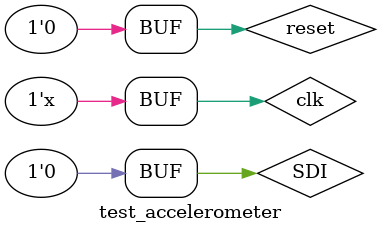
<source format=v>
`timescale 1ns / 1ps


module test_accelerometer;

	// Inputs
	reg clk;
	reg reset;
	reg SDI;

	// Outputs
	wire CS;
	wire SCLK;
	wire SDO;
	wire [15:0] axis_value;

	// Instantiate the Unit Under Test (UUT)
	accelerometer uut (
		.clk(clk), 
		.reset(reset), 
		.SDI(SDI), 
		.CS(CS), 
		.SCLK(SCLK), 
		.SDO(SDO), 
		.axis_value(axis_value)
	);

	always #5 clk = ~clk;

	initial begin
		// Initialize Inputs
		clk = 0;
		reset = 1;
		SDI = 0;

		// Wait 100 ns for global reset to finish
		#1000;
		reset = 0;
		#1000;
        
		// Add stimulus here

	end
      
endmodule


</source>
